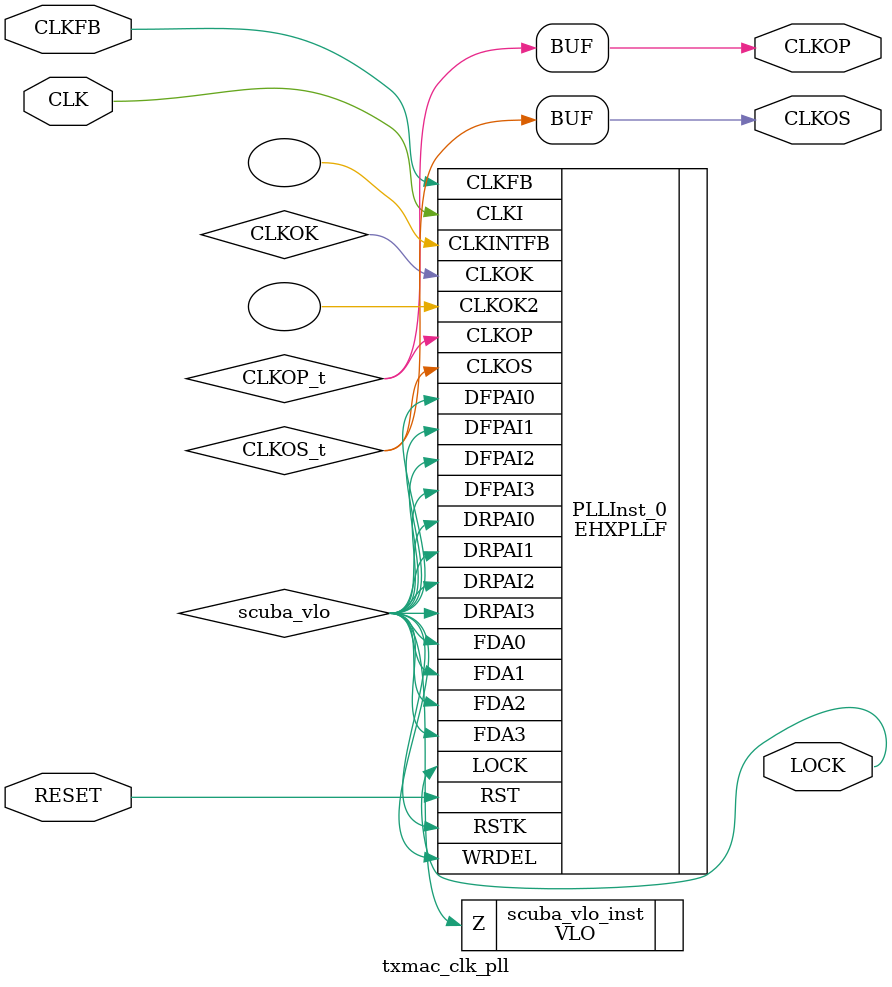
<source format=v>
`timescale 1 ns / 1 ps
module txmac_clk_pll (CLK, RESET, CLKFB, CLKOP, CLKOS, LOCK);
     input wire CLK;
    input wire RESET;
    input wire CLKFB;
    output wire CLKOP;
    output wire CLKOS;
    output wire LOCK;

    wire CLKOS_t;
    wire CLKOP_t;
    wire scuba_vlo;
    wire CLKOK;

    VLO scuba_vlo_inst (.Z(scuba_vlo));

    defparam PLLInst_0.FEEDBK_PATH = "USERCLOCK" ;
    defparam PLLInst_0.CLKOK_BYPASS = "DISABLED" ;
    defparam PLLInst_0.CLKOS_BYPASS = "DISABLED" ;
    defparam PLLInst_0.CLKOP_BYPASS = "DISABLED" ;
    defparam PLLInst_0.CLKOK_INPUT = "CLKOP" ;
    defparam PLLInst_0.DELAY_PWD = "DISABLED" ;
    defparam PLLInst_0.DELAY_VAL = 0 ;
    defparam PLLInst_0.CLKOS_TRIM_DELAY = 0 ;
    defparam PLLInst_0.CLKOS_TRIM_POL = "RISING" ;
    defparam PLLInst_0.CLKOP_TRIM_DELAY = 0 ;
    defparam PLLInst_0.CLKOP_TRIM_POL = "RISING" ;
    defparam PLLInst_0.PHASE_DELAY_CNTL = "STATIC" ;
    defparam PLLInst_0.DUTY = 8 ;
    defparam PLLInst_0.PHASEADJ = "180.0" ;
    defparam PLLInst_0.CLKOK_DIV = 2 ;
    defparam PLLInst_0.CLKOP_DIV = 8 ;
    defparam PLLInst_0.CLKFB_DIV = 1 ;
    defparam PLLInst_0.CLKI_DIV = 1 ;
    defparam PLLInst_0.FIN = "125.000000" ;
    EHXPLLF PLLInst_0 (.CLKI(CLK), .CLKFB(CLKFB), .RST(RESET), .RSTK(scuba_vlo), 
        .WRDEL(scuba_vlo), .DRPAI3(scuba_vlo), .DRPAI2(scuba_vlo), .DRPAI1(scuba_vlo), 
        .DRPAI0(scuba_vlo), .DFPAI3(scuba_vlo), .DFPAI2(scuba_vlo), .DFPAI1(scuba_vlo), 
        .DFPAI0(scuba_vlo), .FDA3(scuba_vlo), .FDA2(scuba_vlo), .FDA1(scuba_vlo), 
        .FDA0(scuba_vlo), .CLKOP(CLKOP_t), .CLKOS(CLKOS_t), .CLKOK(CLKOK), 
        .CLKOK2(), .LOCK(LOCK), .CLKINTFB())
             /* synthesis FREQUENCY_PIN_CLKOS="125.000000" */
             /* synthesis FREQUENCY_PIN_CLKOP="125.000000" */
             /* synthesis FREQUENCY_PIN_CLKI="125.000000" */
             /* synthesis FREQUENCY_PIN_CLKOK="62.500000" */;

    assign CLKOS = CLKOS_t;
    assign CLKOP = CLKOP_t;


    // exemplar begin
    // exemplar attribute PLLInst_0 FREQUENCY_PIN_CLKOS 125.000000
    // exemplar attribute PLLInst_0 FREQUENCY_PIN_CLKOP 125.000000
    // exemplar attribute PLLInst_0 FREQUENCY_PIN_CLKI 125.000000
    // exemplar attribute PLLInst_0 FREQUENCY_PIN_CLKOK 62.500000
    // exemplar end

endmodule


</source>
